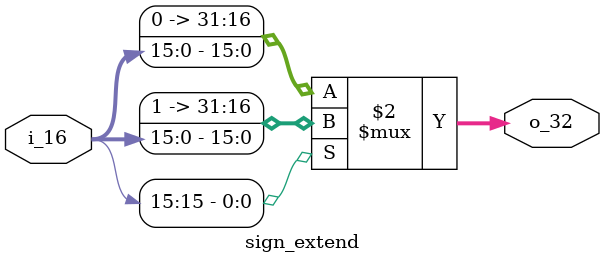
<source format=v>
`timescale 1ns / 1ps
module sign_extend(i_16,o_32
    );
input wire [15:0] i_16;
output wire [31:0] o_32;
assign o_32=(i_16[15]==1'b1)?{16'b1111_1111_1111_1111,i_16}:{16'b0000_0000_0000_0000,i_16};

endmodule

</source>
